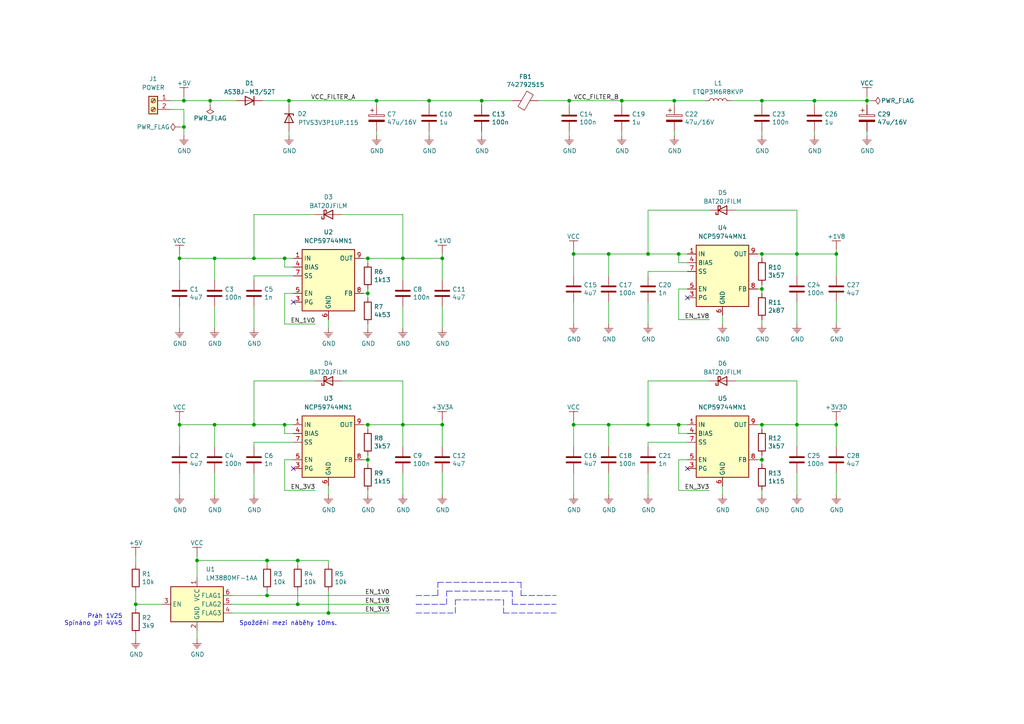
<source format=kicad_sch>
(kicad_sch (version 20201015) (generator eeschema)
  (paper "A4")
  (title_block (title "Digitizer 10b 100 MSPS with FPGA") (date "2020-03-09") (rev "1.0") (company "Jan Vykydal"))
  (lib_symbols
    (symbol "Connector:Screw_Terminal_01x02" (pin_names hide)
      (property "Reference" "J" (at 0 2.54 0))
      (property "Value" "Screw_Terminal_01x02" (at 0 -5.08 0))
      (symbol "Screw_Terminal_01x02_1_1"
        (circle (center 0 -2.54) (radius 0.635))
        (circle (center 0 0) (radius 0.635))
        (rectangle (start -1.27 1.27) (end 1.27 -3.81) (stroke (width 0.254)) (fill (type background)))
        (polyline (pts (xy -0.5334 -2.2098) (xy 0.3302 -3.048)))
        (polyline (pts (xy -0.5334 0.3302) (xy 0.3302 -0.508)))
        (polyline (pts (xy -0.3556 -2.032) (xy 0.508 -2.8702)))
        (polyline (pts (xy -0.3556 0.508) (xy 0.508 -0.3302)))
        (pin passive line (at -5.08 0 0) (length 3.81) (name "Pin_1") (number "1"))
        (pin passive line (at -5.08 -2.54 0) (length 3.81) (name "Pin_2") (number "2"))
      )
    )
    (symbol "Device:C" (pin_numbers hide) (pin_names (offset 0.254))
      (property "Reference" "C" (at 0.635 2.54 0))
      (property "Value" "C" (at 0.635 -2.54 0))
      (symbol "C_0_1"
        (polyline (pts (xy -2.032 -0.762) (xy 2.032 -0.762)) (stroke (width 0.508)))
        (polyline (pts (xy -2.032 0.762) (xy 2.032 0.762)) (stroke (width 0.508)))
      )
      (symbol "C_1_1"
        (pin passive line (at 0 3.81 270) (length 2.794) (name "~") (number "1"))
        (pin passive line (at 0 -3.81 90) (length 2.794) (name "~") (number "2"))
      )
    )
    (symbol "Device:CP" (pin_numbers hide) (pin_names (offset 0.254))
      (property "Reference" "C" (at 0.635 2.54 0))
      (property "Value" "CP" (at 0.635 -2.54 0))
      (symbol "CP_0_1"
        (rectangle (start -2.286 0.508) (end 2.286 1.016))
        (rectangle (start 2.286 -0.508) (end -2.286 -1.016) (fill (type outline)))
        (polyline (pts (xy -1.778 2.286) (xy -0.762 2.286)))
        (polyline (pts (xy -1.27 2.794) (xy -1.27 1.778)))
      )
      (symbol "CP_1_1"
        (pin passive line (at 0 3.81 270) (length 2.794) (name "~") (number "1"))
        (pin passive line (at 0 -3.81 90) (length 2.794) (name "~") (number "2"))
      )
    )
    (symbol "Device:D" (pin_numbers hide) (pin_names hide)
      (property "Reference" "D" (at 0 2.54 0))
      (property "Value" "D" (at 0 -2.54 0))
      (symbol "D_0_1"
        (polyline (pts (xy -1.27 1.27) (xy -1.27 -1.27)) (stroke (width 0.254)))
        (polyline (pts (xy 1.27 0) (xy -1.27 0)))
        (polyline (pts (xy 1.27 1.27) (xy 1.27 -1.27) (xy -1.27 0) (xy 1.27 1.27)) (stroke (width 0.254)))
      )
      (symbol "D_1_1"
        (pin passive line (at -3.81 0 0) (length 2.54) (name "K") (number "1"))
        (pin passive line (at 3.81 0 180) (length 2.54) (name "A") (number "2"))
      )
    )
    (symbol "Device:D_Schottky" (pin_numbers hide) (pin_names hide)
      (property "Reference" "D" (at 0 2.54 0))
      (property "Value" "D_Schottky" (at 0 -2.54 0))
      (symbol "D_Schottky_0_1"
        (polyline (pts (xy 1.27 0) (xy -1.27 0)))
        (polyline (pts (xy 1.27 1.27) (xy 1.27 -1.27) (xy -1.27 0) (xy 1.27 1.27)) (stroke (width 0.254)))
        (polyline (pts (xy -1.905 0.635) (xy -1.905 1.27) (xy -1.27 1.27) (xy -1.27 -1.27) (xy -0.635 -1.27) (xy -0.635 -0.635)) (stroke (width 0.254)))
      )
      (symbol "D_Schottky_1_1"
        (pin passive line (at -3.81 0 0) (length 2.54) (name "K") (number "1"))
        (pin passive line (at 3.81 0 180) (length 2.54) (name "A") (number "2"))
      )
    )
    (symbol "Device:D_Zener" (pin_numbers hide) (pin_names hide)
      (property "Reference" "D" (at 0 2.54 0))
      (property "Value" "D_Zener" (at 0 -2.54 0))
      (symbol "D_Zener_0_1"
        (polyline (pts (xy 1.27 0) (xy -1.27 0)))
        (polyline (pts (xy -1.27 -1.27) (xy -1.27 1.27) (xy -0.762 1.27)) (stroke (width 0.254)))
        (polyline (pts (xy 1.27 -1.27) (xy 1.27 1.27) (xy -1.27 0) (xy 1.27 -1.27)) (stroke (width 0.254)))
      )
      (symbol "D_Zener_1_1"
        (pin passive line (at -3.81 0 0) (length 2.54) (name "K") (number "1"))
        (pin passive line (at 3.81 0 180) (length 2.54) (name "A") (number "2"))
      )
    )
    (symbol "Device:Ferrite_Bead" (pin_numbers hide) (pin_names (offset 0))
      (property "Reference" "FB" (at -3.81 0.635 90))
      (property "Value" "Ferrite_Bead" (at 3.81 0 90))
      (symbol "Ferrite_Bead_0_1"
        (polyline (pts (xy 0 -1.27) (xy 0 -1.2192)))
        (polyline (pts (xy 0 1.27) (xy 0 1.2954)))
        (polyline (pts (xy -2.7686 0.4064) (xy -1.7018 2.2606) (xy 2.7686 -0.3048) (xy 1.6764 -2.159) (xy -2.7686 0.4064)))
      )
      (symbol "Ferrite_Bead_1_1"
        (pin passive line (at 0 3.81 270) (length 2.54) (name "~") (number "1"))
        (pin passive line (at 0 -3.81 90) (length 2.54) (name "~") (number "2"))
      )
    )
    (symbol "Device:L" (pin_numbers hide) (pin_names hide)
      (property "Reference" "L" (at -1.27 0 90))
      (property "Value" "L" (at 1.905 0 90))
      (symbol "L_0_1"
        (arc (start 0 -2.54) (end 0 -1.27) (radius (at 0 -1.905) (length 0.635) (angles -89.9 89.9)))
        (arc (start 0 -1.27) (end 0 0) (radius (at 0 -0.635) (length 0.635) (angles -89.9 89.9)))
        (arc (start 0 0) (end 0 1.27) (radius (at 0 0.635) (length 0.635) (angles -89.9 89.9)))
        (arc (start 0 1.27) (end 0 2.54) (radius (at 0 1.905) (length 0.635) (angles -89.9 89.9)))
      )
      (symbol "L_1_1"
        (pin passive line (at 0 3.81 270) (length 1.27) (name "1") (number "1"))
        (pin passive line (at 0 -3.81 90) (length 1.27) (name "2") (number "2"))
      )
    )
    (symbol "Device:R" (pin_numbers hide) (pin_names (offset 0))
      (property "Reference" "R" (at 2.032 0 90))
      (property "Value" "R" (at 0 0 90))
      (symbol "R_0_1"
        (rectangle (start -1.016 -2.54) (end 1.016 2.54) (stroke (width 0.254)))
      )
      (symbol "R_1_1"
        (pin passive line (at 0 3.81 270) (length 1.27) (name "~") (number "1"))
        (pin passive line (at 0 -3.81 90) (length 1.27) (name "~") (number "2"))
      )
    )
    (symbol "KLIB_Power:+1V0" (power) (pin_names (offset 0))
      (property "Value" "+1V0" (at 0 3.81 0))
      (symbol "+1V0_0_1"
        (polyline (pts (xy -1.27 2.54) (xy 0 2.54)))
        (polyline (pts (xy 0 0) (xy 0 2.54)))
        (polyline (pts (xy 0 2.54) (xy 1.27 2.54)))
      )
      (symbol "+1V0_1_1"
        (pin power_in line (at 0 0 90) (length 0) hide (name "+1V0") (number "1"))
      )
    )
    (symbol "KLIB_Power:+1V8" (power) (pin_names (offset 0))
      (property "Value" "+1V8" (at 0 3.81 0))
      (symbol "+1V8_0_1"
        (polyline (pts (xy -1.27 2.54) (xy 0 2.54)))
        (polyline (pts (xy 0 0) (xy 0 2.54)))
        (polyline (pts (xy 0 2.54) (xy 1.27 2.54)))
      )
      (symbol "+1V8_1_1"
        (pin power_in line (at 0 0 90) (length 0) hide (name "+1V8") (number "1"))
      )
    )
    (symbol "KLIB_Power:+3V3A" (power) (pin_names (offset 0))
      (property "Value" "+3V3A" (at 0 3.81 0))
      (symbol "+3V3A_0_1"
        (polyline (pts (xy -1.27 2.54) (xy 0 2.54)))
        (polyline (pts (xy 0 0) (xy 0 2.54)))
        (polyline (pts (xy 0 2.54) (xy 1.27 2.54)))
      )
      (symbol "+3V3A_1_1"
        (pin power_in line (at 0 0 90) (length 0) hide (name "+3V3A") (number "1"))
      )
    )
    (symbol "KLIB_Power:+3V3D" (power) (pin_names (offset 0))
      (property "Value" "+3V3D" (at 0 3.81 0))
      (symbol "+3V3D_0_1"
        (polyline (pts (xy -1.27 2.54) (xy 0 2.54)))
        (polyline (pts (xy 0 0) (xy 0 2.54)))
        (polyline (pts (xy 0 2.54) (xy 1.27 2.54)))
      )
      (symbol "+3V3D_1_1"
        (pin power_in line (at 0 0 90) (length 0) hide (name "+3V3D") (number "1"))
      )
    )
    (symbol "KLIB_Power:+5V" (power) (pin_names (offset 0))
      (property "Value" "+5V" (at 0 3.81 0))
      (symbol "+5V_0_1"
        (polyline (pts (xy -1.27 2.54) (xy 0 2.54)))
        (polyline (pts (xy 0 0) (xy 0 2.54)))
        (polyline (pts (xy 0 2.54) (xy 1.27 2.54)))
      )
      (symbol "+5V_1_1"
        (pin power_in line (at 0 0 90) (length 0) hide (name "+5V") (number "1"))
      )
    )
    (symbol "KLIB_Power:GND" (power) (pin_names (offset 0))
      (property "Value" "GND" (at 0 -3.556 0))
      (symbol "GND_0_1"
        (polyline (pts (xy -0.9144 -1.7272) (xy 0.9144 -1.7272)))
        (polyline (pts (xy -0.5588 -2.1336) (xy 0.5588 -2.1336)))
        (polyline (pts (xy -0.254 -2.54) (xy 0.254 -2.54)))
        (polyline (pts (xy 0 -1.27) (xy 0 0)))
        (polyline (pts (xy 1.27 -1.27) (xy -1.27 -1.27)))
      )
      (symbol "GND_1_1"
        (pin power_in line (at 0 0 270) (length 0) hide (name "GND") (number "1"))
      )
    )
    (symbol "KLIB_Power:PWR_FLAG" (power) (pin_numbers hide) (pin_names (offset 0) hide)
      (property "Value" "PWR_FLAG" (at 0 3.81 0))
      (symbol "PWR_FLAG_0_0"
        (pin power_out line (at 0 0 90) (length 0) (name "pwr") (number "1"))
      )
      (symbol "PWR_FLAG_0_1"
        (polyline (pts (xy 0 0) (xy 0 1.27) (xy -1.016 1.905) (xy 0 2.54) (xy 1.016 1.905) (xy 0 1.27)))
      )
    )
    (symbol "KLIB_Power:VCC" (power) (pin_names (offset 0))
      (property "Value" "VCC" (at 0 3.81 0))
      (symbol "VCC_0_1"
        (polyline (pts (xy -1.27 2.54) (xy 0 2.54)))
        (polyline (pts (xy 0 0) (xy 0 2.54)))
        (polyline (pts (xy 0 2.54) (xy 1.27 2.54)))
      )
      (symbol "VCC_1_1"
        (pin power_in line (at 0 0 90) (length 0) hide (name "VCC") (number "1"))
      )
    )
    (symbol "KLIB_Regul:NCP59744MN1"
      (property "Reference" "U" (at 0 12.7 0))
      (property "Value" "NCP59744MN1" (at 0 10.16 0))
      (symbol "NCP59744MN1_0_1"
        (rectangle (start -7.62 7.62) (end 7.62 -10.16) (stroke (width 0.254)) (fill (type background)))
      )
      (symbol "NCP59744MN1_1_1"
        (pin power_in line (at -10.16 5.08 0) (length 2.54) (name "IN") (number "1"))
        (pin passive line (at 10.16 5.08 180) (length 2.54) hide (name "OUT") (number "10"))
        (pin passive line (at 0 -12.7 90) (length 2.54) hide (name "EP") (number "11"))
        (pin power_in line (at -10.16 5.08 0) (length 2.54) hide (name "IN") (number "2"))
        (pin open_collector line (at -10.16 -7.62 0) (length 2.54) (name "PG") (number "3"))
        (pin power_in line (at -10.16 2.54 0) (length 2.54) (name "BIAS") (number "4"))
        (pin input line (at -10.16 -5.08 0) (length 2.54) (name "EN") (number "5"))
        (pin power_in line (at 0 -12.7 90) (length 2.54) (name "GND") (number "6"))
        (pin input line (at -10.16 0 0) (length 2.54) (name "SS") (number "7"))
        (pin input line (at 10.16 -5.08 180) (length 2.54) (name "FB") (number "8"))
        (pin power_out line (at 10.16 5.08 180) (length 2.54) (name "OUT") (number "9"))
      )
    )
    (symbol "KLIB_Regul:NCP59744MN1_2"
      (property "Reference" "U" (at 0 12.7 0))
      (property "Value" "NCP59744MN1" (at 0 10.16 0))
      (symbol "NCP59744MN1_2_0_1"
        (rectangle (start -7.62 7.62) (end 7.62 -10.16) (stroke (width 0.254)) (fill (type background)))
      )
      (symbol "NCP59744MN1_2_1_1"
        (pin power_in line (at -10.16 5.08 0) (length 2.54) (name "IN") (number "1"))
        (pin passive line (at 10.16 5.08 180) (length 2.54) hide (name "OUT") (number "10"))
        (pin passive line (at 0 -12.7 90) (length 2.54) hide (name "EP") (number "11"))
        (pin power_in line (at -10.16 5.08 0) (length 2.54) hide (name "IN") (number "2"))
        (pin open_collector line (at -10.16 -7.62 0) (length 2.54) (name "PG") (number "3"))
        (pin power_in line (at -10.16 2.54 0) (length 2.54) (name "BIAS") (number "4"))
        (pin input line (at -10.16 -5.08 0) (length 2.54) (name "EN") (number "5"))
        (pin power_in line (at 0 -12.7 90) (length 2.54) (name "GND") (number "6"))
        (pin input line (at -10.16 0 0) (length 2.54) (name "SS") (number "7"))
        (pin input line (at 10.16 -5.08 180) (length 2.54) (name "FB") (number "8"))
        (pin power_out line (at 10.16 5.08 180) (length 2.54) (name "OUT") (number "9"))
      )
    )
    (symbol "Power_Supervisor:LM3880"
      (property "Reference" "U" (at 1.27 8.89 0))
      (property "Value" "LM3880" (at 3.81 6.35 0))
      (symbol "LM3880_0_1"
        (rectangle (start -7.62 5.08) (end 7.62 -5.08) (stroke (width 0.254)) (fill (type background)))
      )
      (symbol "LM3880_1_1"
        (pin power_in line (at 0 7.62 270) (length 2.54) (name "VCC") (number "1"))
        (pin power_in line (at 0 -7.62 90) (length 2.54) (name "GND") (number "2"))
        (pin input line (at -10.16 0 0) (length 2.54) (name "EN") (number "3"))
        (pin open_collector line (at 10.16 -2.54 180) (length 2.54) (name "FLAG3") (number "4"))
        (pin open_collector line (at 10.16 0 180) (length 2.54) (name "FLAG2") (number "5"))
        (pin open_collector line (at 10.16 2.54 180) (length 2.54) (name "FLAG1") (number "6"))
      )
    )
  )
  (junction (at 39.37 175.26) (diameter 0.9144))
  (junction (at 52.07 74.93) (diameter 0.9144))
  (junction (at 52.07 123.19) (diameter 0.9144))
  (junction (at 53.34 29.21) (diameter 0.9144))
  (junction (at 53.34 36.83) (diameter 0.9144))
  (junction (at 57.15 162.56) (diameter 0.9144))
  (junction (at 60.96 29.21) (diameter 0.9144))
  (junction (at 62.23 74.93) (diameter 0.9144))
  (junction (at 62.23 123.19) (diameter 0.9144))
  (junction (at 73.66 74.93) (diameter 0.9144))
  (junction (at 73.66 123.19) (diameter 0.9144))
  (junction (at 77.47 162.56) (diameter 0.9144))
  (junction (at 77.47 172.72) (diameter 0.9144))
  (junction (at 82.55 74.93) (diameter 0.9144))
  (junction (at 82.55 123.19) (diameter 0.9144))
  (junction (at 83.82 29.21) (diameter 0.9144))
  (junction (at 86.36 162.56) (diameter 0.9144))
  (junction (at 86.36 175.26) (diameter 0.9144))
  (junction (at 95.25 177.8) (diameter 0.9144))
  (junction (at 106.68 74.93) (diameter 0.9144))
  (junction (at 106.68 85.09) (diameter 0.9144))
  (junction (at 106.68 123.19) (diameter 0.9144))
  (junction (at 106.68 133.35) (diameter 0.9144))
  (junction (at 109.22 29.21) (diameter 0.9144))
  (junction (at 116.84 74.93) (diameter 0.9144))
  (junction (at 116.84 123.19) (diameter 0.9144))
  (junction (at 124.46 29.21) (diameter 0.9144))
  (junction (at 128.27 74.93) (diameter 0.9144))
  (junction (at 128.27 123.19) (diameter 0.9144))
  (junction (at 139.7 29.21) (diameter 0.9144))
  (junction (at 165.1 29.21) (diameter 0.9144))
  (junction (at 166.37 73.66) (diameter 0.9144))
  (junction (at 166.37 123.19) (diameter 0.9144))
  (junction (at 176.53 73.66) (diameter 0.9144))
  (junction (at 176.53 123.19) (diameter 0.9144))
  (junction (at 180.34 29.21) (diameter 0.9144))
  (junction (at 187.96 73.66) (diameter 0.9144))
  (junction (at 187.96 123.19) (diameter 0.9144))
  (junction (at 195.58 29.21) (diameter 0.9144))
  (junction (at 196.85 73.66) (diameter 0.9144))
  (junction (at 196.85 123.19) (diameter 0.9144))
  (junction (at 220.98 29.21) (diameter 0.9144))
  (junction (at 220.98 73.66) (diameter 0.9144))
  (junction (at 220.98 83.82) (diameter 0.9144))
  (junction (at 220.98 123.19) (diameter 0.9144))
  (junction (at 220.98 133.35) (diameter 0.9144))
  (junction (at 231.14 73.66) (diameter 0.9144))
  (junction (at 231.14 123.19) (diameter 0.9144))
  (junction (at 236.22 29.21) (diameter 0.9144))
  (junction (at 242.57 73.66) (diameter 0.9144))
  (junction (at 242.57 123.19) (diameter 0.9144))
  (junction (at 251.46 29.21) (diameter 0.9144))
  (no_connect (at 85.09 87.63))
  (no_connect (at 85.09 135.89))
  (no_connect (at 199.39 86.36))
  (no_connect (at 199.39 135.89))
  (wire (pts (xy 39.37 161.29) (xy 39.37 163.83)))
  (wire (pts (xy 39.37 171.45) (xy 39.37 175.26)))
  (wire (pts (xy 39.37 175.26) (xy 39.37 176.53)))
  (wire (pts (xy 39.37 175.26) (xy 46.99 175.26)))
  (wire (pts (xy 39.37 184.15) (xy 39.37 185.42)))
  (wire (pts (xy 49.53 29.21) (xy 53.34 29.21)))
  (wire (pts (xy 49.53 31.75) (xy 53.34 31.75)))
  (wire (pts (xy 52.07 36.83) (xy 53.34 36.83)))
  (wire (pts (xy 52.07 73.66) (xy 52.07 74.93)))
  (wire (pts (xy 52.07 74.93) (xy 62.23 74.93)))
  (wire (pts (xy 52.07 81.28) (xy 52.07 74.93)))
  (wire (pts (xy 52.07 88.9) (xy 52.07 95.25)))
  (wire (pts (xy 52.07 121.92) (xy 52.07 123.19)))
  (wire (pts (xy 52.07 123.19) (xy 62.23 123.19)))
  (wire (pts (xy 52.07 129.54) (xy 52.07 123.19)))
  (wire (pts (xy 52.07 137.16) (xy 52.07 143.51)))
  (wire (pts (xy 53.34 27.94) (xy 53.34 29.21)))
  (wire (pts (xy 53.34 29.21) (xy 60.96 29.21)))
  (wire (pts (xy 53.34 31.75) (xy 53.34 36.83)))
  (wire (pts (xy 53.34 36.83) (xy 53.34 39.37)))
  (wire (pts (xy 57.15 161.29) (xy 57.15 162.56)))
  (wire (pts (xy 57.15 162.56) (xy 57.15 167.64)))
  (wire (pts (xy 57.15 162.56) (xy 77.47 162.56)))
  (wire (pts (xy 57.15 182.88) (xy 57.15 185.42)))
  (wire (pts (xy 60.96 29.21) (xy 60.96 30.48)))
  (wire (pts (xy 60.96 29.21) (xy 68.58 29.21)))
  (wire (pts (xy 62.23 74.93) (xy 62.23 81.28)))
  (wire (pts (xy 62.23 74.93) (xy 73.66 74.93)))
  (wire (pts (xy 62.23 88.9) (xy 62.23 95.25)))
  (wire (pts (xy 62.23 123.19) (xy 62.23 129.54)))
  (wire (pts (xy 62.23 123.19) (xy 73.66 123.19)))
  (wire (pts (xy 62.23 137.16) (xy 62.23 143.51)))
  (wire (pts (xy 67.31 172.72) (xy 77.47 172.72)))
  (wire (pts (xy 67.31 175.26) (xy 86.36 175.26)))
  (wire (pts (xy 67.31 177.8) (xy 95.25 177.8)))
  (wire (pts (xy 73.66 62.23) (xy 73.66 74.93)))
  (wire (pts (xy 73.66 74.93) (xy 82.55 74.93)))
  (wire (pts (xy 73.66 80.01) (xy 85.09 80.01)))
  (wire (pts (xy 73.66 81.28) (xy 73.66 80.01)))
  (wire (pts (xy 73.66 95.25) (xy 73.66 88.9)))
  (wire (pts (xy 73.66 110.49) (xy 73.66 123.19)))
  (wire (pts (xy 73.66 123.19) (xy 82.55 123.19)))
  (wire (pts (xy 73.66 128.27) (xy 85.09 128.27)))
  (wire (pts (xy 73.66 129.54) (xy 73.66 128.27)))
  (wire (pts (xy 73.66 143.51) (xy 73.66 137.16)))
  (wire (pts (xy 76.2 29.21) (xy 83.82 29.21)))
  (wire (pts (xy 77.47 162.56) (xy 77.47 163.83)))
  (wire (pts (xy 77.47 162.56) (xy 86.36 162.56)))
  (wire (pts (xy 77.47 171.45) (xy 77.47 172.72)))
  (wire (pts (xy 77.47 172.72) (xy 113.03 172.72)))
  (wire (pts (xy 82.55 74.93) (xy 82.55 77.47)))
  (wire (pts (xy 82.55 74.93) (xy 85.09 74.93)))
  (wire (pts (xy 82.55 85.09) (xy 82.55 93.98)))
  (wire (pts (xy 82.55 85.09) (xy 85.09 85.09)))
  (wire (pts (xy 82.55 93.98) (xy 91.44 93.98)))
  (wire (pts (xy 82.55 123.19) (xy 82.55 125.73)))
  (wire (pts (xy 82.55 123.19) (xy 85.09 123.19)))
  (wire (pts (xy 82.55 133.35) (xy 82.55 142.24)))
  (wire (pts (xy 82.55 133.35) (xy 85.09 133.35)))
  (wire (pts (xy 82.55 142.24) (xy 91.44 142.24)))
  (wire (pts (xy 83.82 29.21) (xy 83.82 30.48)))
  (wire (pts (xy 83.82 29.21) (xy 109.22 29.21)))
  (wire (pts (xy 83.82 38.1) (xy 83.82 39.37)))
  (wire (pts (xy 85.09 77.47) (xy 82.55 77.47)))
  (wire (pts (xy 85.09 125.73) (xy 82.55 125.73)))
  (wire (pts (xy 86.36 162.56) (xy 86.36 163.83)))
  (wire (pts (xy 86.36 162.56) (xy 95.25 162.56)))
  (wire (pts (xy 86.36 171.45) (xy 86.36 175.26)))
  (wire (pts (xy 86.36 175.26) (xy 113.03 175.26)))
  (wire (pts (xy 91.44 62.23) (xy 73.66 62.23)))
  (wire (pts (xy 91.44 110.49) (xy 73.66 110.49)))
  (wire (pts (xy 95.25 92.71) (xy 95.25 95.25)))
  (wire (pts (xy 95.25 140.97) (xy 95.25 143.51)))
  (wire (pts (xy 95.25 162.56) (xy 95.25 163.83)))
  (wire (pts (xy 95.25 171.45) (xy 95.25 177.8)))
  (wire (pts (xy 95.25 177.8) (xy 113.03 177.8)))
  (wire (pts (xy 99.06 62.23) (xy 116.84 62.23)))
  (wire (pts (xy 99.06 110.49) (xy 116.84 110.49)))
  (wire (pts (xy 105.41 85.09) (xy 106.68 85.09)))
  (wire (pts (xy 105.41 133.35) (xy 106.68 133.35)))
  (wire (pts (xy 106.68 74.93) (xy 105.41 74.93)))
  (wire (pts (xy 106.68 76.2) (xy 106.68 74.93)))
  (wire (pts (xy 106.68 85.09) (xy 106.68 83.82)))
  (wire (pts (xy 106.68 86.36) (xy 106.68 85.09)))
  (wire (pts (xy 106.68 95.25) (xy 106.68 93.98)))
  (wire (pts (xy 106.68 123.19) (xy 105.41 123.19)))
  (wire (pts (xy 106.68 124.46) (xy 106.68 123.19)))
  (wire (pts (xy 106.68 133.35) (xy 106.68 132.08)))
  (wire (pts (xy 106.68 134.62) (xy 106.68 133.35)))
  (wire (pts (xy 106.68 143.51) (xy 106.68 142.24)))
  (wire (pts (xy 109.22 29.21) (xy 109.22 30.48)))
  (wire (pts (xy 109.22 38.1) (xy 109.22 39.37)))
  (wire (pts (xy 116.84 62.23) (xy 116.84 74.93)))
  (wire (pts (xy 116.84 74.93) (xy 106.68 74.93)))
  (wire (pts (xy 116.84 74.93) (xy 116.84 81.28)))
  (wire (pts (xy 116.84 88.9) (xy 116.84 95.25)))
  (wire (pts (xy 116.84 110.49) (xy 116.84 123.19)))
  (wire (pts (xy 116.84 123.19) (xy 106.68 123.19)))
  (wire (pts (xy 116.84 123.19) (xy 116.84 129.54)))
  (wire (pts (xy 116.84 137.16) (xy 116.84 143.51)))
  (wire (pts (xy 124.46 29.21) (xy 109.22 29.21)))
  (wire (pts (xy 124.46 29.21) (xy 124.46 30.48)))
  (wire (pts (xy 124.46 38.1) (xy 124.46 39.37)))
  (wire (pts (xy 128.27 73.66) (xy 128.27 74.93)))
  (wire (pts (xy 128.27 74.93) (xy 116.84 74.93)))
  (wire (pts (xy 128.27 74.93) (xy 128.27 81.28)))
  (wire (pts (xy 128.27 88.9) (xy 128.27 95.25)))
  (wire (pts (xy 128.27 121.92) (xy 128.27 123.19)))
  (wire (pts (xy 128.27 123.19) (xy 116.84 123.19)))
  (wire (pts (xy 128.27 123.19) (xy 128.27 129.54)))
  (wire (pts (xy 128.27 137.16) (xy 128.27 143.51)))
  (wire (pts (xy 139.7 29.21) (xy 124.46 29.21)))
  (wire (pts (xy 139.7 29.21) (xy 139.7 30.48)))
  (wire (pts (xy 139.7 38.1) (xy 139.7 39.37)))
  (wire (pts (xy 148.59 29.21) (xy 139.7 29.21)))
  (wire (pts (xy 165.1 29.21) (xy 156.21 29.21)))
  (wire (pts (xy 165.1 29.21) (xy 165.1 30.48)))
  (wire (pts (xy 165.1 38.1) (xy 165.1 39.37)))
  (wire (pts (xy 166.37 72.39) (xy 166.37 73.66)))
  (wire (pts (xy 166.37 73.66) (xy 176.53 73.66)))
  (wire (pts (xy 166.37 80.01) (xy 166.37 73.66)))
  (wire (pts (xy 166.37 87.63) (xy 166.37 93.98)))
  (wire (pts (xy 166.37 121.92) (xy 166.37 123.19)))
  (wire (pts (xy 166.37 123.19) (xy 176.53 123.19)))
  (wire (pts (xy 166.37 129.54) (xy 166.37 123.19)))
  (wire (pts (xy 166.37 137.16) (xy 166.37 143.51)))
  (wire (pts (xy 176.53 73.66) (xy 176.53 80.01)))
  (wire (pts (xy 176.53 73.66) (xy 187.96 73.66)))
  (wire (pts (xy 176.53 87.63) (xy 176.53 93.98)))
  (wire (pts (xy 176.53 123.19) (xy 176.53 129.54)))
  (wire (pts (xy 176.53 123.19) (xy 187.96 123.19)))
  (wire (pts (xy 176.53 137.16) (xy 176.53 143.51)))
  (wire (pts (xy 180.34 29.21) (xy 165.1 29.21)))
  (wire (pts (xy 180.34 29.21) (xy 180.34 30.48)))
  (wire (pts (xy 180.34 38.1) (xy 180.34 39.37)))
  (wire (pts (xy 187.96 60.96) (xy 187.96 73.66)))
  (wire (pts (xy 187.96 73.66) (xy 196.85 73.66)))
  (wire (pts (xy 187.96 78.74) (xy 199.39 78.74)))
  (wire (pts (xy 187.96 80.01) (xy 187.96 78.74)))
  (wire (pts (xy 187.96 93.98) (xy 187.96 87.63)))
  (wire (pts (xy 187.96 110.49) (xy 187.96 123.19)))
  (wire (pts (xy 187.96 123.19) (xy 196.85 123.19)))
  (wire (pts (xy 187.96 128.27) (xy 199.39 128.27)))
  (wire (pts (xy 187.96 129.54) (xy 187.96 128.27)))
  (wire (pts (xy 187.96 143.51) (xy 187.96 137.16)))
  (wire (pts (xy 195.58 29.21) (xy 180.34 29.21)))
  (wire (pts (xy 195.58 30.48) (xy 195.58 29.21)))
  (wire (pts (xy 195.58 38.1) (xy 195.58 39.37)))
  (wire (pts (xy 196.85 73.66) (xy 196.85 76.2)))
  (wire (pts (xy 196.85 73.66) (xy 199.39 73.66)))
  (wire (pts (xy 196.85 83.82) (xy 196.85 92.71)))
  (wire (pts (xy 196.85 83.82) (xy 199.39 83.82)))
  (wire (pts (xy 196.85 92.71) (xy 205.74 92.71)))
  (wire (pts (xy 196.85 123.19) (xy 196.85 125.73)))
  (wire (pts (xy 196.85 123.19) (xy 199.39 123.19)))
  (wire (pts (xy 196.85 133.35) (xy 196.85 142.24)))
  (wire (pts (xy 196.85 133.35) (xy 199.39 133.35)))
  (wire (pts (xy 196.85 142.24) (xy 205.74 142.24)))
  (wire (pts (xy 199.39 76.2) (xy 196.85 76.2)))
  (wire (pts (xy 199.39 125.73) (xy 196.85 125.73)))
  (wire (pts (xy 204.47 29.21) (xy 195.58 29.21)))
  (wire (pts (xy 205.74 60.96) (xy 187.96 60.96)))
  (wire (pts (xy 205.74 110.49) (xy 187.96 110.49)))
  (wire (pts (xy 209.55 91.44) (xy 209.55 93.98)))
  (wire (pts (xy 209.55 140.97) (xy 209.55 143.51)))
  (wire (pts (xy 212.09 29.21) (xy 220.98 29.21)))
  (wire (pts (xy 213.36 60.96) (xy 231.14 60.96)))
  (wire (pts (xy 213.36 110.49) (xy 231.14 110.49)))
  (wire (pts (xy 219.71 83.82) (xy 220.98 83.82)))
  (wire (pts (xy 219.71 133.35) (xy 220.98 133.35)))
  (wire (pts (xy 220.98 29.21) (xy 220.98 30.48)))
  (wire (pts (xy 220.98 29.21) (xy 236.22 29.21)))
  (wire (pts (xy 220.98 38.1) (xy 220.98 39.37)))
  (wire (pts (xy 220.98 73.66) (xy 219.71 73.66)))
  (wire (pts (xy 220.98 74.93) (xy 220.98 73.66)))
  (wire (pts (xy 220.98 83.82) (xy 220.98 82.55)))
  (wire (pts (xy 220.98 85.09) (xy 220.98 83.82)))
  (wire (pts (xy 220.98 93.98) (xy 220.98 92.71)))
  (wire (pts (xy 220.98 123.19) (xy 219.71 123.19)))
  (wire (pts (xy 220.98 124.46) (xy 220.98 123.19)))
  (wire (pts (xy 220.98 133.35) (xy 220.98 132.08)))
  (wire (pts (xy 220.98 134.62) (xy 220.98 133.35)))
  (wire (pts (xy 220.98 143.51) (xy 220.98 142.24)))
  (wire (pts (xy 231.14 60.96) (xy 231.14 73.66)))
  (wire (pts (xy 231.14 73.66) (xy 220.98 73.66)))
  (wire (pts (xy 231.14 73.66) (xy 231.14 80.01)))
  (wire (pts (xy 231.14 87.63) (xy 231.14 93.98)))
  (wire (pts (xy 231.14 110.49) (xy 231.14 123.19)))
  (wire (pts (xy 231.14 123.19) (xy 220.98 123.19)))
  (wire (pts (xy 231.14 123.19) (xy 231.14 129.54)))
  (wire (pts (xy 231.14 137.16) (xy 231.14 143.51)))
  (wire (pts (xy 236.22 29.21) (xy 236.22 30.48)))
  (wire (pts (xy 236.22 29.21) (xy 251.46 29.21)))
  (wire (pts (xy 236.22 38.1) (xy 236.22 39.37)))
  (wire (pts (xy 242.57 72.39) (xy 242.57 73.66)))
  (wire (pts (xy 242.57 73.66) (xy 231.14 73.66)))
  (wire (pts (xy 242.57 73.66) (xy 242.57 80.01)))
  (wire (pts (xy 242.57 87.63) (xy 242.57 93.98)))
  (wire (pts (xy 242.57 121.92) (xy 242.57 123.19)))
  (wire (pts (xy 242.57 123.19) (xy 231.14 123.19)))
  (wire (pts (xy 242.57 123.19) (xy 242.57 129.54)))
  (wire (pts (xy 242.57 137.16) (xy 242.57 143.51)))
  (wire (pts (xy 251.46 27.94) (xy 251.46 29.21)))
  (wire (pts (xy 251.46 29.21) (xy 251.46 30.48)))
  (wire (pts (xy 251.46 29.21) (xy 252.73 29.21)))
  (wire (pts (xy 251.46 38.1) (xy 251.46 39.37)))
  (polyline (pts (xy 120.65 172.72) (xy 127 172.72)) (stroke (width 0) (type dash)))
  (polyline (pts (xy 120.65 175.26) (xy 129.54 175.26)) (stroke (width 0) (type dash)))
  (polyline (pts (xy 120.65 177.8) (xy 132.08 177.8)) (stroke (width 0) (type dash)))
  (polyline (pts (xy 127 168.91) (xy 151.13 168.91)) (stroke (width 0) (type dash)))
  (polyline (pts (xy 127 172.72) (xy 127 168.91)) (stroke (width 0) (type dash)))
  (polyline (pts (xy 129.54 171.45) (xy 148.59 171.45)) (stroke (width 0) (type dash)))
  (polyline (pts (xy 129.54 175.26) (xy 129.54 171.45)) (stroke (width 0) (type dash)))
  (polyline (pts (xy 132.08 173.99) (xy 146.05 173.99)) (stroke (width 0) (type dash)))
  (polyline (pts (xy 132.08 177.8) (xy 132.08 173.99)) (stroke (width 0) (type dash)))
  (polyline (pts (xy 146.05 173.99) (xy 146.05 177.8)) (stroke (width 0) (type dash)))
  (polyline (pts (xy 146.05 177.8) (xy 161.29 177.8)) (stroke (width 0) (type dash)))
  (polyline (pts (xy 148.59 171.45) (xy 148.59 175.26)) (stroke (width 0) (type dash)))
  (polyline (pts (xy 148.59 175.26) (xy 161.29 175.26)) (stroke (width 0) (type dash)))
  (polyline (pts (xy 151.13 168.91) (xy 151.13 172.72)) (stroke (width 0) (type dash)))
  (polyline (pts (xy 151.13 172.72) (xy 161.29 172.72)) (stroke (width 0) (type dash)))
  (text "Práh 1V25\nSpínáno při 4V45" (at 35.56 181.61 180) (effects (font (size 1.27 1.27)) (justify right bottom)))
  (text "Spoždění mezi náběhy 10ms." (at 97.79 181.61 180) (effects (font (size 1.27 1.27)) (justify right bottom)))
  (label "VCC_FILTER_A" (at 90.17 29.21 0))
  (label "EN_1V0" (at 91.44 93.98 180))
  (label "EN_3V3" (at 91.44 142.24 180))
  (label "EN_1V0" (at 113.03 172.72 180))
  (label "EN_1V8" (at 113.03 175.26 180))
  (label "EN_3V3" (at 113.03 177.8 180))
  (label "VCC_FILTER_B" (at 166.37 29.21 0))
  (label "EN_1V8" (at 205.74 92.71 180))
  (label "EN_3V3" (at 205.74 142.24 180))
  (symbol (lib_id "KLIB_Power:PWR_FLAG") (at 52.07 36.83 90) (unit 1)
    (property "Reference" "#FLG01" (effects hide))
    (property "Value" "PWR_FLAG" (at 44.45 36.83 90))
  )
  (symbol (lib_id "KLIB_Power:PWR_FLAG") (at 60.96 30.48 180) (unit 1)
    (property "Reference" "#FLG02" (effects hide))
    (property "Value" "PWR_FLAG" (at 60.96 34.29 0))
  )
  (symbol (lib_id "KLIB_Power:PWR_FLAG") (at 252.73 29.21 270) (unit 1)
    (property "Reference" "#FLG03" (effects hide))
    (property "Value" "PWR_FLAG" (at 260.35 29.21 90))
  )
  (symbol (lib_id "Device:L") (at 208.28 29.21 90) (unit 1)
    (property "Reference" "L1" (at 208.28 24.13 90))
    (property "Value" "ETQP3M6R8KVP" (at 208.28 26.67 90))
    (property "Footprint" "Inductor_SMD:L_Bourns_SRN6045TA" (effects hide))
  )
  (symbol (lib_id "KLIB_Power:+5V") (at 39.37 161.29 0) (unit 1)
    (property "Reference" "#PWR05" (effects hide))
    (property "Value" "+5V" (at 39.37 157.48 0))
  )
  (symbol (lib_id "KLIB_Power:GND") (at 39.37 185.42 0) (unit 1)
    (property "Reference" "#PWR06" (effects hide))
    (property "Value" "GND" (at 39.497 189.8142 0))
  )
  (symbol (lib_id "KLIB_Power:VCC") (at 52.07 73.66 0) (unit 1)
    (property "Reference" "#PWR07" (effects hide))
    (property "Value" "VCC" (at 52.07 69.85 0))
  )
  (symbol (lib_id "KLIB_Power:GND") (at 52.07 95.25 0) (unit 1)
    (property "Reference" "#PWR08" (effects hide))
    (property "Value" "GND" (at 52.197 99.6442 0))
  )
  (symbol (lib_id "KLIB_Power:VCC") (at 52.07 121.92 0) (unit 1)
    (property "Reference" "#PWR09" (effects hide))
    (property "Value" "VCC" (at 52.07 118.11 0))
  )
  (symbol (lib_id "KLIB_Power:GND") (at 52.07 143.51 0) (unit 1)
    (property "Reference" "#PWR010" (effects hide))
    (property "Value" "GND" (at 52.197 147.9042 0))
  )
  (symbol (lib_id "KLIB_Power:+5V") (at 53.34 27.94 0) (unit 1)
    (property "Reference" "#PWR011" (effects hide))
    (property "Value" "+5V" (at 53.34 24.13 0))
  )
  (symbol (lib_id "KLIB_Power:GND") (at 53.34 39.37 0) (unit 1)
    (property "Reference" "#PWR012" (effects hide))
    (property "Value" "GND" (at 53.467 43.7642 0))
  )
  (symbol (lib_id "KLIB_Power:VCC") (at 57.15 161.29 0) (unit 1)
    (property "Reference" "#PWR013" (effects hide))
    (property "Value" "VCC" (at 57.15 157.48 0))
  )
  (symbol (lib_id "KLIB_Power:GND") (at 57.15 185.42 0) (unit 1)
    (property "Reference" "#PWR014" (effects hide))
    (property "Value" "GND" (at 57.277 189.8142 0))
  )
  (symbol (lib_id "KLIB_Power:GND") (at 62.23 95.25 0) (unit 1)
    (property "Reference" "#PWR015" (effects hide))
    (property "Value" "GND" (at 62.357 99.6442 0))
  )
  (symbol (lib_id "KLIB_Power:GND") (at 62.23 143.51 0) (unit 1)
    (property "Reference" "#PWR016" (effects hide))
    (property "Value" "GND" (at 62.357 147.9042 0))
  )
  (symbol (lib_id "KLIB_Power:GND") (at 73.66 95.25 0) (unit 1)
    (property "Reference" "#PWR017" (effects hide))
    (property "Value" "GND" (at 73.787 99.6442 0))
  )
  (symbol (lib_id "KLIB_Power:GND") (at 73.66 143.51 0) (unit 1)
    (property "Reference" "#PWR018" (effects hide))
    (property "Value" "GND" (at 73.787 147.9042 0))
  )
  (symbol (lib_id "KLIB_Power:GND") (at 83.82 39.37 0) (unit 1)
    (property "Reference" "#PWR019" (effects hide))
    (property "Value" "GND" (at 83.947 43.7642 0))
  )
  (symbol (lib_id "KLIB_Power:GND") (at 95.25 95.25 0) (unit 1)
    (property "Reference" "#PWR020" (effects hide))
    (property "Value" "GND" (at 95.377 99.6442 0))
  )
  (symbol (lib_id "KLIB_Power:GND") (at 95.25 143.51 0) (unit 1)
    (property "Reference" "#PWR021" (effects hide))
    (property "Value" "GND" (at 95.377 147.9042 0))
  )
  (symbol (lib_id "KLIB_Power:GND") (at 106.68 95.25 0) (unit 1)
    (property "Reference" "#PWR022" (effects hide))
    (property "Value" "GND" (at 106.807 99.6442 0))
  )
  (symbol (lib_id "KLIB_Power:GND") (at 106.68 143.51 0) (unit 1)
    (property "Reference" "#PWR023" (effects hide))
    (property "Value" "GND" (at 106.807 147.9042 0))
  )
  (symbol (lib_id "KLIB_Power:GND") (at 109.22 39.37 0) (unit 1)
    (property "Reference" "#PWR024" (effects hide))
    (property "Value" "GND" (at 109.347 43.7642 0))
  )
  (symbol (lib_id "KLIB_Power:GND") (at 116.84 95.25 0) (unit 1)
    (property "Reference" "#PWR025" (effects hide))
    (property "Value" "GND" (at 116.967 99.6442 0))
  )
  (symbol (lib_id "KLIB_Power:GND") (at 116.84 143.51 0) (unit 1)
    (property "Reference" "#PWR026" (effects hide))
    (property "Value" "GND" (at 116.967 147.9042 0))
  )
  (symbol (lib_id "KLIB_Power:GND") (at 124.46 39.37 0) (unit 1)
    (property "Reference" "#PWR027" (effects hide))
    (property "Value" "GND" (at 124.587 43.7642 0))
  )
  (symbol (lib_id "KLIB_Power:+1V0") (at 128.27 73.66 0) (unit 1)
    (property "Reference" "#PWR028" (effects hide))
    (property "Value" "+1V0" (at 128.27 69.85 0))
  )
  (symbol (lib_id "KLIB_Power:GND") (at 128.27 95.25 0) (unit 1)
    (property "Reference" "#PWR029" (effects hide))
    (property "Value" "GND" (at 128.397 99.6442 0))
  )
  (symbol (lib_id "KLIB_Power:+3V3A") (at 128.27 121.92 0) (unit 1)
    (property "Reference" "#PWR030" (effects hide))
    (property "Value" "+3V3A" (at 128.27 118.11 0))
  )
  (symbol (lib_id "KLIB_Power:GND") (at 128.27 143.51 0) (unit 1)
    (property "Reference" "#PWR031" (effects hide))
    (property "Value" "GND" (at 128.397 147.9042 0))
  )
  (symbol (lib_id "KLIB_Power:GND") (at 139.7 39.37 0) (unit 1)
    (property "Reference" "#PWR032" (effects hide))
    (property "Value" "GND" (at 139.827 43.7642 0))
  )
  (symbol (lib_id "KLIB_Power:GND") (at 165.1 39.37 0) (unit 1)
    (property "Reference" "#PWR033" (effects hide))
    (property "Value" "GND" (at 165.227 43.7642 0))
  )
  (symbol (lib_id "KLIB_Power:VCC") (at 166.37 72.39 0) (unit 1)
    (property "Reference" "#PWR034" (effects hide))
    (property "Value" "VCC" (at 166.37 68.58 0))
  )
  (symbol (lib_id "KLIB_Power:GND") (at 166.37 93.98 0) (unit 1)
    (property "Reference" "#PWR035" (effects hide))
    (property "Value" "GND" (at 166.497 98.3742 0))
  )
  (symbol (lib_id "KLIB_Power:VCC") (at 166.37 121.92 0) (unit 1)
    (property "Reference" "#PWR036" (effects hide))
    (property "Value" "VCC" (at 166.37 118.11 0))
  )
  (symbol (lib_id "KLIB_Power:GND") (at 166.37 143.51 0) (unit 1)
    (property "Reference" "#PWR037" (effects hide))
    (property "Value" "GND" (at 166.497 147.9042 0))
  )
  (symbol (lib_id "KLIB_Power:GND") (at 176.53 93.98 0) (unit 1)
    (property "Reference" "#PWR038" (effects hide))
    (property "Value" "GND" (at 176.657 98.3742 0))
  )
  (symbol (lib_id "KLIB_Power:GND") (at 176.53 143.51 0) (unit 1)
    (property "Reference" "#PWR039" (effects hide))
    (property "Value" "GND" (at 176.657 147.9042 0))
  )
  (symbol (lib_id "KLIB_Power:GND") (at 180.34 39.37 0) (unit 1)
    (property "Reference" "#PWR040" (effects hide))
    (property "Value" "GND" (at 180.467 43.7642 0))
  )
  (symbol (lib_id "KLIB_Power:GND") (at 187.96 93.98 0) (unit 1)
    (property "Reference" "#PWR041" (effects hide))
    (property "Value" "GND" (at 188.087 98.3742 0))
  )
  (symbol (lib_id "KLIB_Power:GND") (at 187.96 143.51 0) (unit 1)
    (property "Reference" "#PWR042" (effects hide))
    (property "Value" "GND" (at 188.087 147.9042 0))
  )
  (symbol (lib_id "KLIB_Power:GND") (at 195.58 39.37 0) (unit 1)
    (property "Reference" "#PWR043" (effects hide))
    (property "Value" "GND" (at 195.707 43.7642 0))
  )
  (symbol (lib_id "KLIB_Power:GND") (at 209.55 93.98 0) (unit 1)
    (property "Reference" "#PWR044" (effects hide))
    (property "Value" "GND" (at 209.677 98.3742 0))
  )
  (symbol (lib_id "KLIB_Power:GND") (at 209.55 143.51 0) (unit 1)
    (property "Reference" "#PWR045" (effects hide))
    (property "Value" "GND" (at 209.677 147.9042 0))
  )
  (symbol (lib_id "KLIB_Power:GND") (at 220.98 39.37 0) (unit 1)
    (property "Reference" "#PWR046" (effects hide))
    (property "Value" "GND" (at 221.107 43.7642 0))
  )
  (symbol (lib_id "KLIB_Power:GND") (at 220.98 93.98 0) (unit 1)
    (property "Reference" "#PWR047" (effects hide))
    (property "Value" "GND" (at 221.107 98.3742 0))
  )
  (symbol (lib_id "KLIB_Power:GND") (at 220.98 143.51 0) (unit 1)
    (property "Reference" "#PWR048" (effects hide))
    (property "Value" "GND" (at 221.107 147.9042 0))
  )
  (symbol (lib_id "KLIB_Power:GND") (at 231.14 93.98 0) (unit 1)
    (property "Reference" "#PWR049" (effects hide))
    (property "Value" "GND" (at 231.267 98.3742 0))
  )
  (symbol (lib_id "KLIB_Power:GND") (at 231.14 143.51 0) (unit 1)
    (property "Reference" "#PWR050" (effects hide))
    (property "Value" "GND" (at 231.267 147.9042 0))
  )
  (symbol (lib_id "KLIB_Power:GND") (at 236.22 39.37 0) (unit 1)
    (property "Reference" "#PWR051" (effects hide))
    (property "Value" "GND" (at 236.347 43.7642 0))
  )
  (symbol (lib_id "KLIB_Power:+1V8") (at 242.57 72.39 0) (unit 1)
    (property "Reference" "#PWR052" (effects hide))
    (property "Value" "+1V8" (at 242.57 68.58 0))
  )
  (symbol (lib_id "KLIB_Power:GND") (at 242.57 93.98 0) (unit 1)
    (property "Reference" "#PWR053" (effects hide))
    (property "Value" "GND" (at 242.697 98.3742 0))
  )
  (symbol (lib_id "KLIB_Power:+3V3D") (at 242.57 121.92 0) (unit 1)
    (property "Reference" "#PWR054" (effects hide))
    (property "Value" "+3V3D" (at 242.57 118.11 0))
  )
  (symbol (lib_id "KLIB_Power:GND") (at 242.57 143.51 0) (unit 1)
    (property "Reference" "#PWR055" (effects hide))
    (property "Value" "GND" (at 242.697 147.9042 0))
  )
  (symbol (lib_id "KLIB_Power:VCC") (at 251.46 27.94 0) (unit 1)
    (property "Reference" "#PWR056" (effects hide))
    (property "Value" "VCC" (at 251.46 24.13 0))
  )
  (symbol (lib_id "KLIB_Power:GND") (at 251.46 39.37 0) (unit 1)
    (property "Reference" "#PWR057" (effects hide))
    (property "Value" "GND" (at 251.587 43.7642 0))
  )
  (symbol (lib_id "Device:R") (at 39.37 167.64 0) (unit 1)
    (property "Reference" "R1" (at 41.148 166.4716 0) (effects (justify left)))
    (property "Value" "10k" (at 41.148 168.783 0) (effects (justify left)))
    (property "Footprint" "Resistor_SMD:R_0603_1608Metric" (effects hide))
  )
  (symbol (lib_id "Device:R") (at 39.37 180.34 0) (unit 1)
    (property "Reference" "R2" (at 41.148 179.1716 0) (effects (justify left)))
    (property "Value" "3k9" (at 41.148 181.483 0) (effects (justify left)))
    (property "Footprint" "Resistor_SMD:R_0603_1608Metric" (effects hide))
  )
  (symbol (lib_id "Device:R") (at 77.47 167.64 0) (unit 1)
    (property "Reference" "R3" (at 79.248 166.4716 0) (effects (justify left)))
    (property "Value" "10k" (at 79.248 168.783 0) (effects (justify left)))
    (property "Footprint" "Resistor_SMD:R_0603_1608Metric" (effects hide))
  )
  (symbol (lib_id "Device:R") (at 86.36 167.64 0) (unit 1)
    (property "Reference" "R4" (at 88.138 166.4716 0) (effects (justify left)))
    (property "Value" "10k" (at 88.138 168.783 0) (effects (justify left)))
    (property "Footprint" "Resistor_SMD:R_0603_1608Metric" (effects hide))
  )
  (symbol (lib_id "Device:R") (at 95.25 167.64 0) (unit 1)
    (property "Reference" "R5" (at 97.028 166.4716 0) (effects (justify left)))
    (property "Value" "10k" (at 97.028 168.783 0) (effects (justify left)))
    (property "Footprint" "Resistor_SMD:R_0603_1608Metric" (effects hide))
  )
  (symbol (lib_id "Device:R") (at 106.68 80.01 0) (unit 1)
    (property "Reference" "R6" (at 108.458 78.8416 0) (effects (justify left)))
    (property "Value" "1k13" (at 108.458 81.153 0) (effects (justify left)))
    (property "Footprint" "Resistor_SMD:R_0603_1608Metric" (effects hide))
  )
  (symbol (lib_id "Device:R") (at 106.68 90.17 0) (unit 1)
    (property "Reference" "R7" (at 108.458 89.0016 0) (effects (justify left)))
    (property "Value" "4k53" (at 108.458 91.313 0) (effects (justify left)))
    (property "Footprint" "Resistor_SMD:R_0603_1608Metric" (effects hide))
  )
  (symbol (lib_id "Device:R") (at 106.68 128.27 0) (unit 1)
    (property "Reference" "R8" (at 108.458 127.1016 0) (effects (justify left)))
    (property "Value" "3k57" (at 108.458 129.413 0) (effects (justify left)))
    (property "Footprint" "Resistor_SMD:R_0603_1608Metric" (effects hide))
  )
  (symbol (lib_id "Device:R") (at 106.68 138.43 0) (unit 1)
    (property "Reference" "R9" (at 108.458 137.2616 0) (effects (justify left)))
    (property "Value" "1k15" (at 108.458 139.573 0) (effects (justify left)))
    (property "Footprint" "Resistor_SMD:R_0603_1608Metric" (effects hide))
  )
  (symbol (lib_id "Device:R") (at 220.98 78.74 0) (unit 1)
    (property "Reference" "R10" (at 222.758 77.5716 0) (effects (justify left)))
    (property "Value" "3k57" (at 222.758 79.883 0) (effects (justify left)))
    (property "Footprint" "Resistor_SMD:R_0603_1608Metric" (effects hide))
  )
  (symbol (lib_id "Device:R") (at 220.98 88.9 0) (unit 1)
    (property "Reference" "R11" (at 222.758 87.7316 0) (effects (justify left)))
    (property "Value" "2k87" (at 222.758 90.043 0) (effects (justify left)))
    (property "Footprint" "Resistor_SMD:R_0603_1608Metric" (effects hide))
  )
  (symbol (lib_id "Device:R") (at 220.98 128.27 0) (unit 1)
    (property "Reference" "R12" (at 222.758 127.1016 0) (effects (justify left)))
    (property "Value" "3k57" (at 222.758 129.413 0) (effects (justify left)))
    (property "Footprint" "Resistor_SMD:R_0603_1608Metric" (effects hide))
  )
  (symbol (lib_id "Device:R") (at 220.98 138.43 0) (unit 1)
    (property "Reference" "R13" (at 222.758 137.2616 0) (effects (justify left)))
    (property "Value" "1k15" (at 222.758 139.573 0) (effects (justify left)))
    (property "Footprint" "Resistor_SMD:R_0603_1608Metric" (effects hide))
  )
  (symbol (lib_id "Device:D") (at 72.39 29.21 180) (unit 1)
    (property "Reference" "D1" (at 72.39 24.13 0))
    (property "Value" "AS3BJ-M3/52T" (at 72.39 26.67 0))
    (property "Footprint" "Diode_SMD:D_SMB" (effects hide))
  )
  (symbol (lib_id "Device:D_Zener") (at 83.82 34.29 270) (unit 1)
    (property "Reference" "D2" (at 87.63 33.02 90))
    (property "Value" "PTVS3V3P1UP.115" (at 95.25 35.56 90))
    (property "Footprint" "Diode_SMD:D_SOD-128" (effects hide))
  )
  (symbol (lib_id "Device:D_Schottky") (at 95.25 62.23 0) (mirror x) (unit 1)
    (property "Reference" "D3" (at 95.25 57.15 0))
    (property "Value" "BAT20JFILM" (at 95.25 59.69 0))
    (property "Footprint" "Diode_SMD:D_SOD-323" (effects hide))
  )
  (symbol (lib_id "Device:D_Schottky") (at 95.25 110.49 0) (mirror x) (unit 1)
    (property "Reference" "D4" (at 95.25 105.41 0))
    (property "Value" "BAT20JFILM" (at 95.25 107.95 0))
    (property "Footprint" "Diode_SMD:D_SOD-323" (effects hide))
  )
  (symbol (lib_id "Device:D_Schottky") (at 209.55 60.96 0) (mirror x) (unit 1)
    (property "Reference" "D5" (at 209.55 55.88 0))
    (property "Value" "BAT20JFILM" (at 209.55 58.42 0))
    (property "Footprint" "Diode_SMD:D_SOD-323" (effects hide))
  )
  (symbol (lib_id "Device:D_Schottky") (at 209.55 110.49 0) (mirror x) (unit 1)
    (property "Reference" "D6" (at 209.55 105.41 0))
    (property "Value" "BAT20JFILM" (at 209.55 107.95 0))
    (property "Footprint" "Diode_SMD:D_SOD-323" (effects hide))
  )
  (symbol (lib_id "Connector:Screw_Terminal_01x02") (at 44.45 29.21 0) (mirror y) (unit 1)
    (property "Reference" "J1" (at 44.45 22.86 0))
    (property "Value" "POWER" (at 44.45 25.4 0))
    (property "Footprint" "Connector_Phoenix_MC:PhoenixContact_MC_1,5_2-G-3.5_1x02_P3.50mm_Horizontal" (effects hide))
  )
  (symbol (lib_id "Device:C") (at 52.07 85.09 0) (unit 1)
    (property "Reference" "C1" (at 54.991 83.9216 0) (effects (justify left)))
    (property "Value" "4u7" (at 54.991 86.233 0) (effects (justify left)))
    (property "Footprint" "Capacitor_SMD:C_0402_1005Metric" (effects hide))
  )
  (symbol (lib_id "Device:C") (at 52.07 133.35 0) (unit 1)
    (property "Reference" "C2" (at 54.991 132.1816 0) (effects (justify left)))
    (property "Value" "4u7" (at 54.991 134.493 0) (effects (justify left)))
    (property "Footprint" "Capacitor_SMD:C_0402_1005Metric" (effects hide))
  )
  (symbol (lib_id "Device:C") (at 62.23 85.09 0) (unit 1)
    (property "Reference" "C3" (at 65.151 83.9216 0) (effects (justify left)))
    (property "Value" "100n" (at 65.151 86.233 0) (effects (justify left)))
    (property "Footprint" "Capacitor_SMD:C_0402_1005Metric" (effects hide))
  )
  (symbol (lib_id "Device:C") (at 62.23 133.35 0) (unit 1)
    (property "Reference" "C4" (at 65.151 132.1816 0) (effects (justify left)))
    (property "Value" "100n" (at 65.151 134.493 0) (effects (justify left)))
    (property "Footprint" "Capacitor_SMD:C_0402_1005Metric" (effects hide))
  )
  (symbol (lib_id "Device:C") (at 73.66 85.09 0) (unit 1)
    (property "Reference" "C5" (at 76.581 83.9216 0) (effects (justify left)))
    (property "Value" "1n" (at 76.581 86.233 0) (effects (justify left)))
    (property "Footprint" "Capacitor_SMD:C_0402_1005Metric" (effects hide))
  )
  (symbol (lib_id "Device:C") (at 73.66 133.35 0) (unit 1)
    (property "Reference" "C6" (at 76.581 132.1816 0) (effects (justify left)))
    (property "Value" "1n" (at 76.581 134.493 0) (effects (justify left)))
    (property "Footprint" "Capacitor_SMD:C_0402_1005Metric" (effects hide))
  )
  (symbol (lib_id "Device:CP") (at 109.22 34.29 0) (unit 1)
    (property "Reference" "C7" (at 112.2172 33.1216 0) (effects (justify left)))
    (property "Value" "47u/16V" (at 112.2172 35.433 0) (effects (justify left)))
    (property "Footprint" "Capacitor_Tantalum_SMD:CP_EIA-7343-31_Kemet-D" (effects hide))
  )
  (symbol (lib_id "Device:C") (at 116.84 85.09 0) (unit 1)
    (property "Reference" "C8" (at 119.761 83.9216 0) (effects (justify left)))
    (property "Value" "100n" (at 119.761 86.233 0) (effects (justify left)))
    (property "Footprint" "Capacitor_SMD:C_0402_1005Metric" (effects hide))
  )
  (symbol (lib_id "Device:C") (at 116.84 133.35 0) (unit 1)
    (property "Reference" "C9" (at 119.761 132.1816 0) (effects (justify left)))
    (property "Value" "100n" (at 119.761 134.493 0) (effects (justify left)))
    (property "Footprint" "Capacitor_SMD:C_0402_1005Metric" (effects hide))
  )
  (symbol (lib_id "Device:C") (at 124.46 34.29 0) (unit 1)
    (property "Reference" "C10" (at 127.381 33.1216 0) (effects (justify left)))
    (property "Value" "1u" (at 127.381 35.433 0) (effects (justify left)))
    (property "Footprint" "Capacitor_SMD:C_0402_1005Metric" (effects hide))
  )
  (symbol (lib_id "Device:C") (at 128.27 85.09 0) (unit 1)
    (property "Reference" "C11" (at 131.191 83.9216 0) (effects (justify left)))
    (property "Value" "4u7" (at 131.191 86.233 0) (effects (justify left)))
    (property "Footprint" "Capacitor_SMD:C_0402_1005Metric" (effects hide))
  )
  (symbol (lib_id "Device:C") (at 128.27 133.35 0) (unit 1)
    (property "Reference" "C12" (at 131.191 132.1816 0) (effects (justify left)))
    (property "Value" "4u7" (at 131.191 134.493 0) (effects (justify left)))
    (property "Footprint" "Capacitor_SMD:C_0402_1005Metric" (effects hide))
  )
  (symbol (lib_id "Device:C") (at 139.7 34.29 0) (unit 1)
    (property "Reference" "C13" (at 142.621 33.1216 0) (effects (justify left)))
    (property "Value" "100n" (at 142.621 35.433 0) (effects (justify left)))
    (property "Footprint" "Capacitor_SMD:C_0402_1005Metric" (effects hide))
  )
  (symbol (lib_id "Device:C") (at 165.1 34.29 0) (unit 1)
    (property "Reference" "C14" (at 168.021 33.1216 0) (effects (justify left)))
    (property "Value" "100n" (at 168.021 35.433 0) (effects (justify left)))
    (property "Footprint" "Capacitor_SMD:C_0402_1005Metric" (effects hide))
  )
  (symbol (lib_id "Device:C") (at 166.37 83.82 0) (unit 1)
    (property "Reference" "C15" (at 169.291 82.6516 0) (effects (justify left)))
    (property "Value" "4u7" (at 169.291 84.963 0) (effects (justify left)))
    (property "Footprint" "Capacitor_SMD:C_0402_1005Metric" (effects hide))
  )
  (symbol (lib_id "Device:C") (at 166.37 133.35 0) (unit 1)
    (property "Reference" "C16" (at 169.291 132.1816 0) (effects (justify left)))
    (property "Value" "4u7" (at 169.291 134.493 0) (effects (justify left)))
    (property "Footprint" "Capacitor_SMD:C_0402_1005Metric" (effects hide))
  )
  (symbol (lib_id "Device:C") (at 176.53 83.82 0) (unit 1)
    (property "Reference" "C17" (at 179.451 82.6516 0) (effects (justify left)))
    (property "Value" "100n" (at 179.451 84.963 0) (effects (justify left)))
    (property "Footprint" "Capacitor_SMD:C_0402_1005Metric" (effects hide))
  )
  (symbol (lib_id "Device:C") (at 176.53 133.35 0) (unit 1)
    (property "Reference" "C18" (at 179.451 132.1816 0) (effects (justify left)))
    (property "Value" "100n" (at 179.451 134.493 0) (effects (justify left)))
    (property "Footprint" "Capacitor_SMD:C_0402_1005Metric" (effects hide))
  )
  (symbol (lib_id "Device:C") (at 180.34 34.29 0) (unit 1)
    (property "Reference" "C19" (at 183.261 33.1216 0) (effects (justify left)))
    (property "Value" "1u" (at 183.261 35.433 0) (effects (justify left)))
    (property "Footprint" "Capacitor_SMD:C_0402_1005Metric" (effects hide))
  )
  (symbol (lib_id "Device:C") (at 187.96 83.82 0) (unit 1)
    (property "Reference" "C20" (at 190.881 82.6516 0) (effects (justify left)))
    (property "Value" "1n" (at 190.881 84.963 0) (effects (justify left)))
    (property "Footprint" "Capacitor_SMD:C_0402_1005Metric" (effects hide))
  )
  (symbol (lib_id "Device:C") (at 187.96 133.35 0) (unit 1)
    (property "Reference" "C21" (at 190.881 132.1816 0) (effects (justify left)))
    (property "Value" "1n" (at 190.881 134.493 0) (effects (justify left)))
    (property "Footprint" "Capacitor_SMD:C_0402_1005Metric" (effects hide))
  )
  (symbol (lib_id "Device:CP") (at 195.58 34.29 0) (unit 1)
    (property "Reference" "C22" (at 198.5772 33.1216 0) (effects (justify left)))
    (property "Value" "47u/16V" (at 198.5772 35.433 0) (effects (justify left)))
    (property "Footprint" "Capacitor_Tantalum_SMD:CP_EIA-7343-31_Kemet-D" (effects hide))
  )
  (symbol (lib_id "Device:C") (at 220.98 34.29 0) (unit 1)
    (property "Reference" "C23" (at 223.901 33.1216 0) (effects (justify left)))
    (property "Value" "100n" (at 223.901 35.433 0) (effects (justify left)))
    (property "Footprint" "Capacitor_SMD:C_0402_1005Metric" (effects hide))
  )
  (symbol (lib_id "Device:C") (at 231.14 83.82 0) (unit 1)
    (property "Reference" "C24" (at 234.061 82.6516 0) (effects (justify left)))
    (property "Value" "100n" (at 234.061 84.963 0) (effects (justify left)))
    (property "Footprint" "Capacitor_SMD:C_0402_1005Metric" (effects hide))
  )
  (symbol (lib_id "Device:C") (at 231.14 133.35 0) (unit 1)
    (property "Reference" "C25" (at 234.061 132.1816 0) (effects (justify left)))
    (property "Value" "100n" (at 234.061 134.493 0) (effects (justify left)))
    (property "Footprint" "Capacitor_SMD:C_0402_1005Metric" (effects hide))
  )
  (symbol (lib_id "Device:C") (at 236.22 34.29 0) (unit 1)
    (property "Reference" "C26" (at 239.141 33.1216 0) (effects (justify left)))
    (property "Value" "1u" (at 239.141 35.433 0) (effects (justify left)))
    (property "Footprint" "Capacitor_SMD:C_0402_1005Metric" (effects hide))
  )
  (symbol (lib_id "Device:C") (at 242.57 83.82 0) (unit 1)
    (property "Reference" "C27" (at 245.491 82.6516 0) (effects (justify left)))
    (property "Value" "4u7" (at 245.491 84.963 0) (effects (justify left)))
    (property "Footprint" "Capacitor_SMD:C_0402_1005Metric" (effects hide))
  )
  (symbol (lib_id "Device:C") (at 242.57 133.35 0) (unit 1)
    (property "Reference" "C28" (at 245.491 132.1816 0) (effects (justify left)))
    (property "Value" "4u7" (at 245.491 134.493 0) (effects (justify left)))
    (property "Footprint" "Capacitor_SMD:C_0402_1005Metric" (effects hide))
  )
  (symbol (lib_id "Device:CP") (at 251.46 34.29 0) (unit 1)
    (property "Reference" "C29" (at 254.4572 33.1216 0) (effects (justify left)))
    (property "Value" "47u/16V" (at 254.4572 35.433 0) (effects (justify left)))
    (property "Footprint" "Capacitor_Tantalum_SMD:CP_EIA-7343-31_Kemet-D" (effects hide))
  )
  (symbol (lib_id "Device:Ferrite_Bead") (at 152.4 29.21 270) (unit 1)
    (property "Reference" "FB1" (at 152.4 22.2504 90))
    (property "Value" "742792515" (at 152.4 24.5618 90))
    (property "Footprint" "Inductor_SMD:L_1812_4532Metric" (effects hide))
  )
  (symbol (lib_id "Power_Supervisor:LM3880") (at 57.15 175.26 0) (unit 1)
    (property "Reference" "U1" (at 59.69 165.1 0) (effects (justify left)))
    (property "Value" "LM3880MF-1AA" (at 59.69 167.64 0) (effects (justify left)))
    (property "Footprint" "Package_TO_SOT_SMD:SOT-23-6" (effects hide))
    (property "Datasheet" "http://www.ti.com/lit/ds/symlink/lm3880.pdf" (effects hide))
  )
  (symbol (lib_name "KLIB_Regul:NCP59744MN1_2") (lib_id "KLIB_Regul:NCP59744MN1") (at 95.25 80.01 0) (unit 1)
    (property "Reference" "U2" (at 95.25 67.31 0))
    (property "Value" "NCP59744MN1" (at 95.25 69.85 0))
    (property "Footprint" "Package_DFN_QFN:DFN-10-1EP_3x3mm_P0.5mm_EP1.7x2.5mm" (effects hide))
    (property "Datasheet" "https://www.onsemi.com/pub/Collateral/NCP59744-D.PDF" (effects hide))
  )
  (symbol (lib_id "KLIB_Regul:NCP59744MN1") (at 95.25 128.27 0) (unit 1)
    (property "Reference" "U3" (at 95.25 115.57 0))
    (property "Value" "NCP59744MN1" (at 95.25 118.11 0))
    (property "Footprint" "Package_DFN_QFN:DFN-10-1EP_3x3mm_P0.5mm_EP1.7x2.5mm" (effects hide))
    (property "Datasheet" "https://www.onsemi.com/pub/Collateral/NCP59744-D.PDF" (effects hide))
  )
  (symbol (lib_id "KLIB_Regul:NCP59744MN1") (at 209.55 78.74 0) (unit 1)
    (property "Reference" "U4" (at 209.55 66.04 0))
    (property "Value" "NCP59744MN1" (at 209.55 68.58 0))
    (property "Footprint" "Package_DFN_QFN:DFN-10-1EP_3x3mm_P0.5mm_EP1.7x2.5mm" (effects hide))
    (property "Datasheet" "https://www.onsemi.com/pub/Collateral/NCP59744-D.PDF" (effects hide))
  )
  (symbol (lib_id "KLIB_Regul:NCP59744MN1") (at 209.55 128.27 0) (unit 1)
    (property "Reference" "U5" (at 209.55 115.57 0))
    (property "Value" "NCP59744MN1" (at 209.55 118.11 0))
    (property "Footprint" "Package_DFN_QFN:DFN-10-1EP_3x3mm_P0.5mm_EP1.7x2.5mm" (effects hide))
    (property "Datasheet" "https://www.onsemi.com/pub/Collateral/NCP59744-D.PDF" (effects hide))
  )
)
</source>
